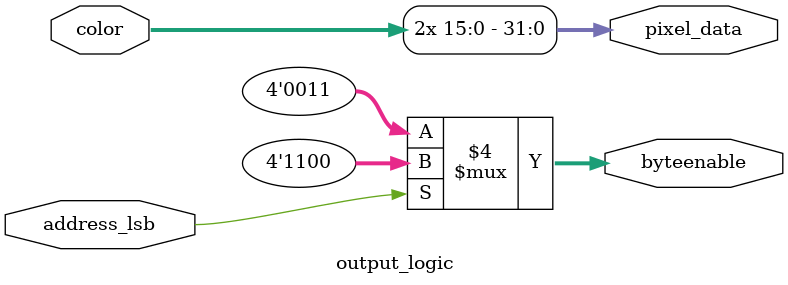
<source format=sv>

module output_logic (
	input reg [15:0]color,
	input wire address_lsb,
	output reg [31:0]pixel_data,
	output reg [3:0]byteenable
);

assign pixel_data = {color,color};

always_comb begin
	if(address_lsb == 0) begin
		byteenable = 4'b0011;	
	end else begin
		byteenable = 4'b1100;
	end
end

endmodule

</source>
